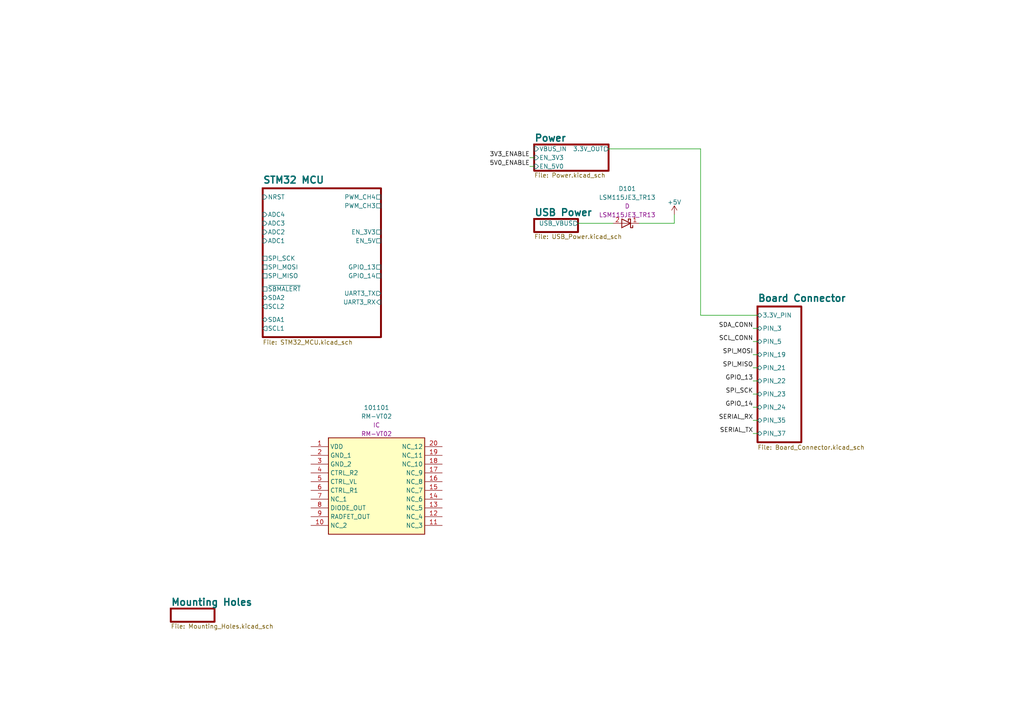
<source format=kicad_sch>
(kicad_sch (version 20211123) (generator eeschema)
  (paper "A4")
  (lib_symbols
    (symbol "LSM115JE3_TR13:LSM115JE3_TR13" (pin_names hide)
      (property "Value" "LSM115JE3_TR13" (at 0 0 0))
      (property "Reference_1" "D" (at -7.62 8.89 0))
      (property "Value_1" "LSM115JE3_TR13" (at -7.62 6.35 0))
      (symbol "LSM115JE3_TR13_0_1"
        (polyline (pts (xy 1.27 0) (xy -1.27 0)))
        (polyline (pts (xy 1.27 1.27) (xy 1.27 -1.27) (xy -1.27 0) (xy 1.27 1.27)) (stroke (width 0.254)))
        (polyline (pts (xy -1.905 0.635) (xy -1.905 1.27) (xy -1.27 1.27) (xy -1.27 -1.27) (xy -0.635 -1.27) (xy -0.635 -0.635)) (stroke (width 0.254)))
      )
      (symbol "LSM115JE3_TR13_1_1"
        (pin passive line (at -3.81 0 0) (length 2.54) (name "K") (number "1"))
        (pin passive line (at 3.81 0 180) (length 2.54) (name "A") (number "2"))
      )
    )
    (symbol "RM-VT02:RM-VT02"
      (property "Value" "RM-VT02" (at 0 0 0))
      (property "Reference_1" "IC" (at 34.29 7.62 0))
      (property "Value_1" "RM-VT02" (at 34.29 5.08 0))
      (symbol "RM-VT02_1_1"
        (rectangle (start 5.08 2.54) (end 33.02 -25.4) (stroke (width 0.254)) (fill (type background)))
        (pin passive line (at 0 0 0) (length 5.08) (name "VDD") (number "1"))
        (pin passive line (at 0 -22.86 0) (length 5.08) (name "NC_2") (number "10"))
        (pin passive line (at 38.1 -22.86 180) (length 5.08) (name "NC_3") (number "11"))
        (pin passive line (at 38.1 -20.32 180) (length 5.08) (name "NC_4") (number "12"))
        (pin passive line (at 38.1 -17.78 180) (length 5.08) (name "NC_5") (number "13"))
        (pin passive line (at 38.1 -15.24 180) (length 5.08) (name "NC_6") (number "14"))
        (pin passive line (at 38.1 -12.7 180) (length 5.08) (name "NC_7") (number "15"))
        (pin passive line (at 38.1 -10.16 180) (length 5.08) (name "NC_8") (number "16"))
        (pin passive line (at 38.1 -7.62 180) (length 5.08) (name "NC_9") (number "17"))
        (pin passive line (at 38.1 -5.08 180) (length 5.08) (name "NC_10") (number "18"))
        (pin passive line (at 38.1 -2.54 180) (length 5.08) (name "NC_11") (number "19"))
        (pin passive line (at 0 -2.54 0) (length 5.08) (name "GND_1") (number "2"))
        (pin passive line (at 38.1 0 180) (length 5.08) (name "NC_12") (number "20"))
        (pin passive line (at 0 -5.08 0) (length 5.08) (name "GND_2") (number "3"))
        (pin passive line (at 0 -7.62 0) (length 5.08) (name "CTRL_R2") (number "4"))
        (pin passive line (at 0 -10.16 0) (length 5.08) (name "CTRL_VL") (number "5"))
        (pin passive line (at 0 -12.7 0) (length 5.08) (name "CTRL_R1") (number "6"))
        (pin passive line (at 0 -15.24 0) (length 5.08) (name "NC_1") (number "7"))
        (pin passive line (at 0 -17.78 0) (length 5.08) (name "DIODE_OUT") (number "8"))
        (pin passive line (at 0 -20.32 0) (length 5.08) (name "RADFET_OUT") (number "9"))
      )
    )
    (symbol "power:+5V" (power) (pin_names (offset 0))
      (property "Value" "+5V" (at 0 3.556 0))
      (symbol "+5V_0_1"
        (polyline (pts (xy -0.762 1.27) (xy 0 2.54)))
        (polyline (pts (xy 0 0) (xy 0 2.54)))
        (polyline (pts (xy 0 2.54) (xy 0.762 1.27)))
      )
      (symbol "+5V_1_1"
        (pin power_in line (at 0 0 90) (length 0) hide (name "+5V") (number "1"))
      )
    )
  )
  (wire (pts (xy 176.53 43.18) (xy 203.2 43.18)))
  (wire (pts (xy 218.44 121.92) (xy 219.71 121.92)))
  (wire (pts (xy 218.44 95.25) (xy 219.71 95.25)))
  (wire (pts (xy 218.44 110.49) (xy 219.71 110.49)))
  (wire (pts (xy 195.58 62.23) (xy 195.58 64.77)))
  (wire (pts (xy 203.2 91.44) (xy 219.71 91.44)))
  (wire (pts (xy 153.67 45.72) (xy 154.94 45.72)))
  (wire (pts (xy 185.42 64.77) (xy 195.58 64.77)))
  (wire (pts (xy 167.64 64.77) (xy 177.8 64.77)))
  (wire (pts (xy 218.44 102.87) (xy 219.71 102.87)))
  (wire (pts (xy 153.67 48.26) (xy 154.94 48.26)))
  (wire (pts (xy 218.44 106.68) (xy 219.71 106.68)))
  (wire (pts (xy 218.44 114.3) (xy 219.71 114.3)))
  (wire (pts (xy 218.44 99.06) (xy 219.71 99.06)))
  (wire (pts (xy 218.44 118.11) (xy 219.71 118.11)))
  (wire (pts (xy 218.44 125.73) (xy 219.71 125.73)))
  (wire (pts (xy 203.2 43.18) (xy 203.2 91.44)))
  (label "5V0_ENABLE" (at 153.67 48.26 180))
  (label "GPIO_14" (at 218.44 118.11 180))
  (label "SERIAL_RX" (at 218.44 121.92 180))
  (label "GPIO_13" (at 218.44 110.49 180))
  (label "SPI_MOSI" (at 218.44 102.87 180))
  (label "SPI_MISO" (at 218.44 106.68 180))
  (label "3V3_ENABLE" (at 153.67 45.72 180))
  (label "SPI_SCK" (at 218.44 114.3 180))
  (label "SDA_CONN" (at 218.44 95.25 180))
  (label "SERIAL_TX" (at 218.44 125.73 180))
  (label "SCL_CONN" (at 218.44 99.06 180))
  (symbol (lib_id "RM-VT02:RM-VT02") (at 90.17 129.54 0) (unit 1)
    (property "Reference" "101101" (at 109.22 118.2264 0))
    (property "Value" "RM-VT02" (at 109.22 120.7633 0))
    (property "Footprint" "RM-VT02:RMVT02" (effects hide))
    (property "Reference_1" "IC" (at 109.22 123.3002 0))
    (property "Value_1" "RM-VT02" (at 109.22 125.8371 0))
    (property "Footprint_1" "RMVT02" (effects hide))
    (property "Datasheet_1" "https://www.varadis.com/wp-content/uploads/2021/06/RM-VT02_Datasheet_rev1p1.pdf" (effects hide))
    (property "Height" "3.5" (effects hide))
    (property "Manufacturer_Name" "VARADIS" (effects hide))
    (property "Manufacturer_Part_Number" "RM-VT02" (effects hide))
  )
  (symbol (lib_id "LSM115JE3_TR13:LSM115JE3_TR13") (at 181.61 64.77 180) (unit 1)
    (property "Reference" "D101" (at 181.9275 54.7264 0))
    (property "Value" "LSM115JE3_TR13" (at 181.9275 57.2633 0))
    (property "Footprint" "LSM115JE3_TR13:DIOM5436X330N" (effects hide))
    (property "Reference_1" "D" (at 181.9275 59.8002 0))
    (property "Value_1" "LSM115JE3_TR13" (at 181.9275 62.3371 0))
    (property "Footprint_1" "DIOM5436X330N" (effects hide))
    (property "Datasheet_1" "https://media.digikey.com/pdf/Data%20Sheets/Microsemi%20PDFs/LSM115J.pdf" (effects hide))
    (property "Height" "3.3" (effects hide))
    (property "Manufacturer_Name" "Microsemi Corporation" (effects hide))
    (property "Manufacturer_Part_Number" "LSM115JE3/TR13" (effects hide))
    (property "Mouser Part Number" "494-LSM115JE3/TR13" (effects hide))
    (property "Mouser Price/Stock" "https://www.mouser.co.uk/ProductDetail/Microchip-Microsemi/LSM115JE3-TR13/?qs=6jAvgNDGUA8H9k1qUsKdHA%3D%3D" (effects hide))
    (property "Arrow Part Number" "LSM115JE3/TR13" (effects hide))
    (property "Arrow Price/Stock" "https://www.arrow.com/en/products/lsm115je3tr13/microsemi" (effects hide))
  )
  (symbol (lib_id "power:+5V") (at 195.58 62.23 0) (unit 1)
    (property "Reference" "#PWR0101" (effects hide))
    (property "Value" "+5V" (at 195.58 58.6542 0))
  )
  (sheet (at 219.71 88.9) (size 12.7 39.37) (stroke (width 0.5))
    (property "Sheet name" "Board Connector" (at 219.71 87.6496 0) (effects (font (size 2 2) bold) (justify left bottom)))
    (property "Sheet file" "Board_Connector.kicad_sch" (at 219.71 129.0284 0) (effects (justify left top)))
    (pin "3.3V_PIN" bidirectional (at 219.71 91.44 180))
    (pin "PIN_22" bidirectional (at 219.71 110.49 180))
    (pin "PIN_23" bidirectional (at 219.71 114.3 180))
    (pin "PIN_37" bidirectional (at 219.71 125.73 180))
    (pin "PIN_21" bidirectional (at 219.71 106.68 180))
    (pin "PIN_19" bidirectional (at 219.71 102.87 180))
    (pin "PIN_35" bidirectional (at 219.71 121.92 180))
    (pin "PIN_24" bidirectional (at 219.71 118.11 180))
    (pin "PIN_3" bidirectional (at 219.71 95.25 180))
    (pin "PIN_5" bidirectional (at 219.71 99.06 180))
  )
  (sheet (at 76.2 54.61) (size 34.29 43.18) (stroke (width 0.5))
    (property "Sheet name" "STM32 MCU" (at 76.2 53.3596 0) (effects (font (size 2 2) bold) (justify left bottom)))
    (property "Sheet file" "STM32_MCU.kicad_sch" (at 76.2 98.5484 0) (effects (justify left top)))
    (pin "NRST" input (at 76.2 57.15 180))
    (pin "PWM_CH3" passive (at 110.49 59.69 0))
    (pin "PWM_CH4" passive (at 110.49 57.15 0))
    (pin "ADC1" input (at 76.2 69.85 180))
    (pin "ADC2" input (at 76.2 67.31 180))
    (pin "ADC3" input (at 76.2 64.77 180))
    (pin "ADC4" input (at 76.2 62.23 180))
    (pin "SPI_SCK" passive (at 76.2 74.93 180))
    (pin "GPIO_13" passive (at 110.49 77.47 0))
    (pin "GPIO_14" passive (at 110.49 80.01 0))
    (pin "SPI_MOSI" passive (at 76.2 77.47 180))
    (pin "SPI_MISO" passive (at 76.2 80.01 180))
    (pin "~{SBMALERT}" passive (at 76.2 83.82 180))
    (pin "EN_5V" passive (at 110.49 69.85 0))
    (pin "EN_3V3" passive (at 110.49 67.31 0))
    (pin "SCL1" output (at 76.2 95.25 180))
    (pin "SCL2" output (at 76.2 88.9 180))
    (pin "SDA2" bidirectional (at 76.2 86.36 180))
    (pin "SDA1" bidirectional (at 76.2 92.71 180))
    (pin "UART3_RX" input (at 110.49 87.63 0))
    (pin "UART3_TX" output (at 110.49 85.09 0))
  )
  (sheet (at 154.94 63.5) (size 12.7 3.81) (stroke (width 0.5))
    (property "Sheet name" "USB Power" (at 154.94 62.7884 0) (effects (font (size 2 2) bold) (justify left bottom)))
    (property "Sheet file" "USB_Power.kicad_sch" (at 154.94 67.8946 0) (effects (justify left top)))
    (pin "USB_VBUS" output (at 167.64 64.77 0))
  )
  (sheet (at 49.53 176.53) (size 12.7 3.81) (stroke (width 0.5))
    (property "Sheet name" "Mounting Holes" (at 49.53 175.8184 0) (effects (font (size 2 2) bold) (justify left bottom)))
    (property "Sheet file" "Mounting_Holes.kicad_sch" (at 49.53 180.9246 0) (effects (justify left top)))
  )
  (sheet (at 154.94 41.91) (size 21.59 7.62) (stroke (width 0.5))
    (property "Sheet name" "Power" (at 154.94 41.1984 0) (effects (font (size 2 2) bold) (justify left bottom)))
    (property "Sheet file" "Power.kicad_sch" (at 154.94 50.1146 0) (effects (justify left top)))
    (pin "VBUS_IN" input (at 154.94 43.18 180))
    (pin "EN_5V0" input (at 154.94 48.26 180))
    (pin "EN_3V3" input (at 154.94 45.72 180))
    (pin "3.3V_OUT" output (at 176.53 43.18 0))
  )
)
</source>
